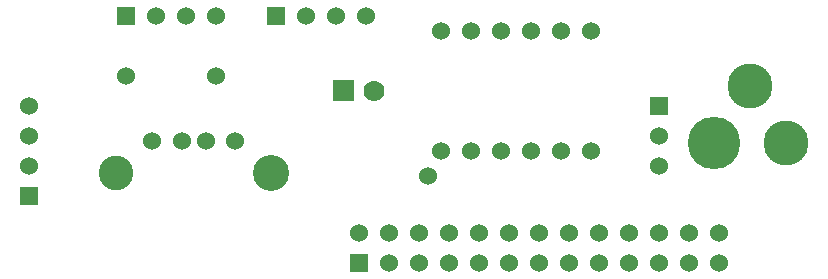
<source format=gbr>
G04 start of page 4 for group 2 idx 2 *
G04 Title: (unknown), signal2 *
G04 Creator: pcb 20110918 *
G04 CreationDate: Sat 01 Feb 2014 02:35:45 AM GMT UTC *
G04 For: vince *
G04 Format: Gerber/RS-274X *
G04 PCB-Dimensions: 300000 110000 *
G04 PCB-Coordinate-Origin: lower left *
%MOIN*%
%FSLAX25Y25*%
%LNGROUP2*%
%ADD50C,0.1100*%
%ADD49C,0.1250*%
%ADD48C,0.0280*%
%ADD47C,0.0905*%
%ADD46C,0.0380*%
%ADD45C,0.0350*%
%ADD44C,0.1500*%
%ADD43C,0.1750*%
%ADD42C,0.0700*%
%ADD41C,0.1155*%
%ADD40C,0.0001*%
%ADD39C,0.1205*%
%ADD38C,0.0600*%
G54D38*X162500Y52500D03*
Y92500D03*
X152500D03*
X172500Y52500D03*
Y92500D03*
X182500Y52500D03*
Y92500D03*
X192500Y52500D03*
X202500D03*
X192500Y92500D03*
X155000Y15000D03*
Y25000D03*
X165000Y15000D03*
Y25000D03*
X175000Y15000D03*
Y25000D03*
X185000Y15000D03*
Y25000D03*
X195000Y15000D03*
Y25000D03*
X83777Y55670D03*
G54D39*X95850Y45000D03*
G54D40*G36*
X116500Y76000D02*Y69000D01*
X123500D01*
Y76000D01*
X116500D01*
G37*
G54D38*X56223Y55670D03*
X66063D03*
X73937D03*
G54D41*X44150Y45000D03*
G54D38*X77500Y77500D03*
X47500D03*
G54D40*G36*
X12000Y40500D02*Y34500D01*
X18000D01*
Y40500D01*
X12000D01*
G37*
G54D38*X15000Y47500D03*
Y57500D03*
Y67500D03*
G54D40*G36*
X94500Y100500D02*Y94500D01*
X100500D01*
Y100500D01*
X94500D01*
G37*
G54D38*X107500Y97500D03*
X117500D03*
X127500D03*
G54D40*G36*
X44500Y100500D02*Y94500D01*
X50500D01*
Y100500D01*
X44500D01*
G37*
G54D38*X57500Y97500D03*
X67500D03*
X77500D03*
X152500Y52500D03*
G54D42*X130000Y72500D03*
G54D40*G36*
X122000Y18000D02*Y12000D01*
X128000D01*
Y18000D01*
X122000D01*
G37*
G54D38*X125000Y25000D03*
X135000Y15000D03*
Y25000D03*
X145000Y15000D03*
Y25000D03*
X202500Y92500D03*
G54D40*G36*
X222000Y70500D02*Y64500D01*
X228000D01*
Y70500D01*
X222000D01*
G37*
G54D38*X225000Y57500D03*
Y47500D03*
X205000Y15000D03*
Y25000D03*
G54D43*X243500Y55000D03*
G54D44*X267500D03*
X255500Y74000D03*
G54D38*X215000Y15000D03*
X225000D03*
X235000D03*
X215000Y25000D03*
X225000D03*
X235000D03*
X245000Y15000D03*
Y25000D03*
X148000Y44000D03*
G54D45*G54D46*G54D47*G54D48*G54D46*G54D47*G54D48*G54D46*G54D49*G54D46*G54D49*G54D45*G54D48*G54D46*G54D45*G54D46*G54D49*G54D50*G54D49*G54D46*G54D49*G54D46*M02*

</source>
